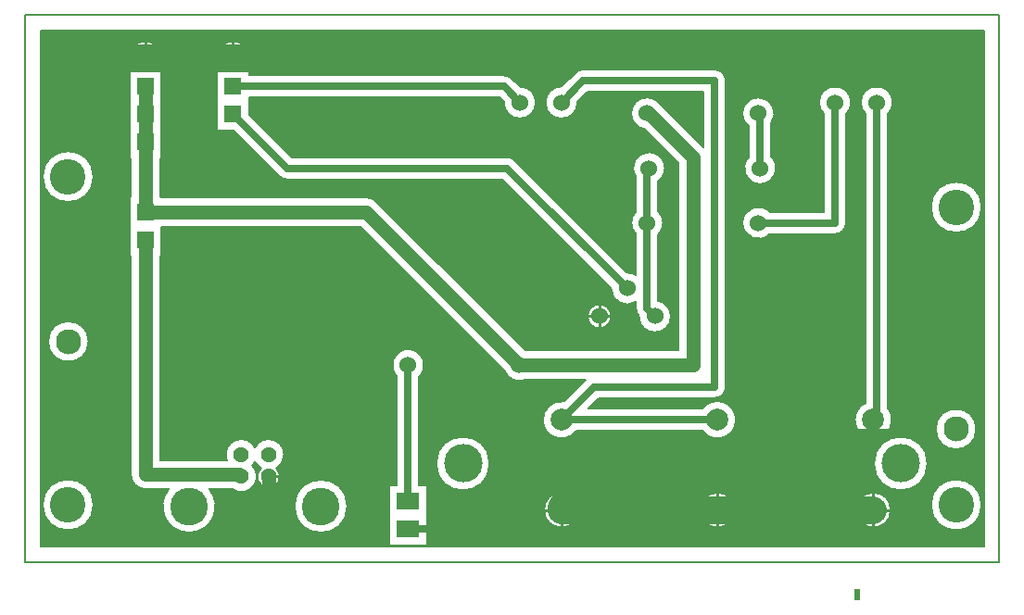
<source format=gbr>
G04 EasyPC Gerber Version 21.0.3 Build 4286 *
G04 #@! TF.Part,Single*
G04 #@! TF.FileFunction,Copper,L1,Bot *
G04 #@! TF.FilePolarity,Positive *
%FSLAX35Y35*%
%MOIN*%
G04 #@! TA.AperFunction,SMDPad*
%ADD18R,0.02200X0.04000*%
G04 #@! TA.AperFunction,ComponentPad*
%ADD14R,0.06000X0.06000*%
G04 #@! TD.AperFunction*
%ADD10C,0.00500*%
%ADD11C,0.01000*%
%ADD21C,0.02500*%
%ADD20C,0.05000*%
G04 #@! TA.AperFunction,ComponentPad*
%ADD16C,0.05634*%
%ADD15C,0.06000*%
%ADD19C,0.07874*%
G04 #@! TA.AperFunction,WasherPad*
%ADD13C,0.09055*%
G04 #@! TD.AperFunction*
%ADD22C,0.10000*%
G04 #@! TA.AperFunction,WasherPad*
%ADD12C,0.12795*%
G04 #@! TA.AperFunction,ComponentPad*
%ADD17C,0.13583*%
%ADD70C,0.13780*%
%ADD71R,0.08000X0.06000*%
X0Y0D02*
D02*
D10*
X250Y32730D02*
X350644D01*
Y229581*
X250*
Y32730*
X5750Y224081D02*
Y38230D01*
X345144*
Y224081*
X5750*
X6555Y53301D02*
G75*
G02X24850I9148D01*
G01*
G75*
G02X6555I-9148*
G01*
Y171411D02*
G75*
G02X24850I9148D01*
G01*
G75*
G02X6555I-9148*
G01*
X8524Y112061D02*
G75*
G02X23079I7278D01*
G01*
G75*
G02X8524I-7278*
G01*
X243907Y87911D02*
G75*
G02X255953Y83911I5359J-4000D01*
G01*
G75*
G02X243907Y79911I-6687*
G01*
X198522*
G75*
G02X186476Y83911I-5359J4000*
G01*
G75*
G02X194124Y90529I6687*
G01*
X201942Y98346*
X180391*
G75*
G02X172675Y101543I-2345J5250*
G01*
X120752Y153465*
X49307*
Y142965*
X48807*
Y69476*
X72765*
G75*
G02X82927Y73955I5241J1876*
G01*
G75*
G02X93415Y71352I4921J-2602*
G01*
G75*
G02X90573Y66498I-5567*
G01*
G75*
G02X87848Y59411I-2724J-3019*
G01*
G75*
G02X85124Y66498J4067*
G01*
G75*
G02X82927Y68750I2724J4855*
G01*
G75*
G02X81942Y67415I-4921J2602*
G01*
G75*
G02X74731Y58976I-3936J-3937*
G01*
X66507*
G75*
G02X59226Y43268I-7280J-6167*
G01*
G75*
G02X51946Y58976I0J9541*
G01*
X43557*
G75*
G02X38307Y64226J5250*
G01*
Y142965*
X37807*
Y164465*
X38307*
Y178083*
X37807*
Y209583*
X38974*
G75*
G02X43557Y220083I4583J4250*
G01*
G75*
G02X48140Y209583J-6250*
G01*
X49307*
Y178083*
X48807*
Y164465*
X49307*
Y163965*
X122925*
G75*
G02X126639Y162427I2J-5250*
G01*
X180099Y108967*
G75*
G02X180391Y108846I-2052J-5375*
G01*
X235157*
Y176225*
X222866Y188517*
G75*
G02X224030Y199898I1164J5631*
G01*
G75*
G02X228616Y197616J-5750*
G01*
X244120Y182112*
G75*
G02X244281Y181943I-3709J-3715*
G01*
Y201959*
X202694*
X198913Y198177*
G75*
G02X198913Y198085I-5761J-95*
G01*
G75*
G02X187413I-5750*
G01*
G75*
G02X193163Y203835I5750*
G01*
G75*
G02X193256Y203834I-3J-5762*
G01*
X198209Y208787*
G75*
G02X201042Y209959I2828J-2828*
G01*
X248281*
G75*
G02X252281Y205959J-4000*
G01*
Y95722*
G75*
G02X248281Y91722I-4000*
G01*
X206631*
X202820Y87911*
X243907*
X228030Y126769D02*
G75*
G02X232535Y121156I-1244J-5614D01*
G01*
G75*
G02X221035I-5750*
G01*
G75*
G02X221036Y121258I5750J7*
G01*
G75*
G02X220030Y123911I2993J2654*
G01*
G75*
G02Y123913I1440J1*
G01*
G75*
G02Y123916I1430J2*
G01*
Y126408*
G75*
G02X211035Y131156I-3244J4748*
G01*
G75*
G02X211036Y131248I5762J-3*
G01*
X171822Y170463*
X94423*
G75*
G02X91591Y171637J4000*
G01*
X75146Y188083*
X69303*
Y209583*
X70470*
G75*
G02X75053Y220083I4583J4250*
G01*
G75*
G02X79636Y209583J-6250*
G01*
X80803*
Y207833*
X172415*
G75*
G02X175247Y206658J-4000*
G01*
X178071Y203834*
G75*
G02X178163Y203835I95J-5761*
G01*
G75*
G02Y192335J-5750*
G01*
G75*
G02X172413Y198085J5750*
G01*
G75*
G02X172414Y198177I5762J-3*
G01*
X170759Y199833*
X80803*
Y193739*
X96080Y178463*
X173478*
G75*
G02X176310Y177288J-4000*
G01*
X216693Y136905*
G75*
G02X220030Y135903I93J-5750*
G01*
Y150647*
G75*
G02Y158908I4000J4131*
G01*
Y171053*
G75*
G02X224659Y180213I4630J3410*
G01*
G75*
G02X228030Y169804J-5750*
G01*
Y158908*
G75*
G02Y150647I-4000J-4131*
G01*
Y126769*
X202535Y121156D02*
G75*
G02X211035I4250D01*
G01*
G75*
G02X202535I-4250*
G01*
X243016Y51431D02*
G75*
G02X255516I6250D01*
G01*
G75*
G02X243016I-6250*
G01*
X186913D02*
G75*
G02X199413I6250D01*
G01*
G75*
G02X186913I-6250*
G01*
X142045Y60291D02*
X144795D01*
Y38791*
X131295*
Y60291*
X134045*
Y99466*
G75*
G02X138045Y109346I4000J4131*
G01*
G75*
G02X142045Y99466J-5750*
G01*
Y60291*
X148091Y68163D02*
G75*
G02X167370I9640D01*
G01*
G75*
G02X148091I-9640*
G01*
X97087Y52809D02*
G75*
G02X116169I9541D01*
G01*
G75*
G02X97087I-9541*
G01*
X285839Y198085D02*
G75*
G02X297339I5750D01*
G01*
G75*
G02X295589Y193954I-5750*
G01*
Y154778*
G75*
G02X291589Y150778I-4000*
G01*
X268160*
G75*
G02X258280Y154778I-4131J4000*
G01*
G75*
G02X268160Y158778I5750*
G01*
X287589*
Y193954*
G75*
G02X285839Y198085I4000J4131*
G01*
X268659Y178593D02*
G75*
G02X264659Y168713I-4000J-4131D01*
G01*
G75*
G02X260659Y178593J5750*
G01*
Y189489*
G75*
G02X264030Y199898I3370J4659*
G01*
G75*
G02X268659Y190738I0J-5750*
G01*
Y178593*
X300839Y198085D02*
G75*
G02X312339I5750D01*
G01*
G75*
G02X310589Y193954I-5750*
G01*
Y88090*
G75*
G02X312055Y83911I-5220J-4179*
G01*
G75*
G02X298681I-6687*
G01*
G75*
G02X302589Y89993I6687*
G01*
Y193954*
G75*
G02X300839Y198085I4000J4131*
G01*
X299118Y51431D02*
G75*
G02X311618I6250D01*
G01*
G75*
G02X299118I-6250*
G01*
X305571Y68163D02*
G75*
G02X324850I9640D01*
G01*
G75*
G02X305571I-9640*
G01*
X326043Y53301D02*
G75*
G02X344339I9148D01*
G01*
G75*
G02X326043I-9148*
G01*
Y160388D02*
G75*
G02X344339I9148D01*
G01*
G75*
G02X326043I-9148*
G01*
X327815Y80565D02*
G75*
G02X342370I7278D01*
G01*
G75*
G02X327815I-7278*
G01*
X144795Y53301D02*
G36*
Y38791D01*
X131295*
Y53301*
X116157*
G75*
G02X116169Y52809I-9530J-490*
G01*
G75*
G02X97087I-9541*
G01*
G75*
G02X97099Y53301I9543J2*
G01*
X68755*
G75*
G02X68768Y52809I-9533J-490*
G01*
G75*
G02X59226Y43268I-9541*
G01*
G75*
G02X49685Y52809J9542*
G01*
G75*
G02X49698Y53301I9539J-6*
G01*
X24850*
G75*
G02X6555I-9148*
G01*
X6000*
Y38480*
X344894*
Y53301*
X344339*
G75*
G02X326043I-9148*
G01*
X311332*
G75*
G02X311618Y51431I-5964J-1870*
G01*
G75*
G02X299118I-6250*
G01*
G75*
G02X299404Y53301I6250J0*
G01*
X255230*
G75*
G02X255516Y51431I-5964J-1870*
G01*
G75*
G02X243016I-6250*
G01*
G75*
G02X243302Y53301I6250J0*
G01*
X199127*
G75*
G02X199413Y51431I-5964J-1870*
G01*
G75*
G02X186913I-6250*
G01*
G75*
G02X187200Y53301I6250J0*
G01*
X144795*
G37*
X38307Y68163D02*
G36*
X6000D01*
Y53301*
X6555*
G75*
G02X24850I9148*
G01*
X49698*
G75*
G02X51946Y58976I9529J-492*
G01*
X43557*
G75*
G02X38307Y64226J5250*
G01*
Y68163*
G37*
X131295Y53301D02*
G36*
Y60291D01*
X134045*
Y68163*
X92411*
G75*
G02X90573Y66498I-4564J3189*
G01*
G75*
G02X91915Y63478I-2724J-3019*
G01*
G75*
G02X87848Y59411I-4067*
G01*
G75*
G02X83781Y63478J4067*
G01*
G75*
G02X85124Y66498I4067*
G01*
G75*
G02X83285Y68163I2722J4852*
G01*
X82569*
G75*
G02X81942Y67415I-4548J3178*
G01*
G75*
G02X83573Y63478I-3936J-3937*
G01*
G75*
G02X74731Y58976I-5567*
G01*
X66507*
G75*
G02X68755Y53301I-7281J-6167*
G01*
X97099*
G75*
G02X116157I9529J-492*
G01*
X131295*
G37*
X144795D02*
G36*
X187200D01*
G75*
G02X199127I5964J-1870*
G01*
X243302*
G75*
G02X255230I5964J-1870*
G01*
X299404*
G75*
G02X311332I5964J-1870*
G01*
X326043*
G75*
G02X344339I9148*
G01*
X344894*
Y68163*
X324850*
G75*
G02X305571I-9640*
G01*
X167370*
G75*
G02X148091I-9640*
G01*
X142045*
Y60291*
X144795*
Y53301*
G37*
X38307Y68163D02*
G36*
Y80565D01*
X6000*
Y68163*
X38307*
G37*
X134045Y80565D02*
G36*
X48807D01*
Y69476*
X72765*
G75*
G02X72439Y71353I5242J1876*
G01*
G75*
G02X82927Y73955I5567*
G01*
G75*
G02X93415Y71352I4921J-2602*
G01*
G75*
G02X92411Y68163I-5569J1*
G01*
X134045*
Y80565*
G37*
X83285Y68163D02*
G36*
G75*
G02X82927Y68750I4561J3188D01*
G01*
G75*
G02X82569Y68163I-4906J2591*
G01*
X83285*
G37*
X311157Y80565D02*
G36*
G75*
G02X299579I-5789J3346D01*
G01*
X255055*
G75*
G02X243907Y79911I-5789J3347*
G01*
X198522*
G75*
G02X187374Y80565I-5359J4000*
G01*
X142045*
Y68163*
X148091*
G75*
G02X167370I9640*
G01*
X305571*
G75*
G02X324850I9640*
G01*
X344894*
Y80565*
X342370*
G75*
G02X327815I-7278*
G01*
X311157*
G37*
X38307Y112061D02*
G36*
X23079D01*
G75*
G02X8524I-7278*
G01*
X6000*
Y80565*
X38307*
Y112061*
G37*
X187374Y80565D02*
G36*
G75*
G02X186476Y83911I5789J3346D01*
G01*
G75*
G02X194124Y90529I6687*
G01*
X201942Y98346*
X180391*
G75*
G02X172675Y101543I-2345J5250*
G01*
X162156Y112061*
X48807*
Y80565*
X134045*
Y99466*
G75*
G02X132295Y103596I4000J4131*
G01*
G75*
G02X138045Y109346I5750*
G01*
G75*
G02X143795Y103596J-5750*
G01*
G75*
G02X142045Y99466I-5750*
G01*
Y80565*
X187374*
G37*
X235157Y112061D02*
G36*
X177005D01*
X180099Y108967*
G75*
G02X180391Y108846I-2093J-5475*
G01*
X235157*
Y112061*
G37*
X299579Y80565D02*
G36*
G75*
G02X298681Y83911I5789J3346D01*
G01*
Y83912*
G75*
G02X302589Y89993I6687*
G01*
Y112061*
X252281*
Y95722*
G75*
G02X248281Y91722I-4000*
G01*
X206631*
X202820Y87911*
X243907*
G75*
G02X255953Y83911I5359J-4000*
G01*
G75*
G02X255055Y80565I-6687*
G01*
X299579*
G37*
X311157D02*
G36*
X327815D01*
G75*
G02X342370I7278*
G01*
X344894*
Y112061*
X310589*
Y88090*
G75*
G02X312055Y83912I-5219J-4178*
G01*
Y83911*
G75*
G02X311157Y80565I-6687*
G01*
G37*
X38307Y121156D02*
G36*
X6000D01*
Y112061*
X8524*
G75*
G02X23079I7278*
G01*
X38307*
Y121156*
G37*
X162156Y112061D02*
G36*
X153062Y121156D01*
X48807*
Y112061*
X162156*
G37*
X235157Y121156D02*
G36*
X232535D01*
G75*
G02X221035I-5750*
G01*
X211035*
G75*
G02X202535I-4250*
G01*
X167911*
X177005Y112061*
X235157*
Y121156*
G37*
X302589D02*
G36*
X252281D01*
Y112061*
X302589*
Y121156*
G37*
X310589D02*
G36*
Y112061D01*
X344894*
Y121156*
X310589*
G37*
X37807Y160388D02*
G36*
X6000D01*
Y121156*
X38307*
Y142965*
X37807*
Y160388*
G37*
X153062Y121156D02*
G36*
X120752Y153465D01*
X49307*
Y142965*
X48807*
Y121156*
X153062*
G37*
X221035D02*
G36*
G75*
G02Y121181I3332J13D01*
G01*
G75*
G02X221036Y121258I3328J4*
G01*
G75*
G02X220030Y123911I2996J2654*
G01*
Y123913*
Y123916*
Y126408*
G75*
G02X211035Y131156I-3244J4748*
G01*
G75*
G02X211036Y131248I662624J-5593*
G01*
X181896Y160388*
X128678*
X167911Y121156*
X202535*
G75*
G02X211035I4250*
G01*
X221035*
G37*
X220030Y160388D02*
G36*
X193210D01*
X216693Y136905*
G75*
G02X220030Y135903I92J-5751*
G01*
Y150647*
G75*
G02X218280Y154778I4000J4131*
G01*
G75*
G02X220030Y158908I5750*
G01*
Y160388*
G37*
X235157D02*
G36*
X228030D01*
Y158908*
G75*
G02X229780Y154778I-4000J-4131*
G01*
G75*
G02X228030Y150647I-5750*
G01*
Y126769*
G75*
G02X232535Y121156I-1244J-5614*
G01*
X235157*
Y160388*
G37*
X302589D02*
G36*
X295589D01*
Y154778*
G75*
G02X291589Y150778I-4000*
G01*
X268160*
G75*
G02X258280Y154778I-4131J4000*
G01*
G75*
G02X262769Y160388I5750*
G01*
X252281*
Y121156*
X302589*
Y160388*
G37*
X287589D02*
G36*
X265290D01*
G75*
G02X268160Y158778I-1260J-5610*
G01*
X287589*
Y160388*
G37*
X310589D02*
G36*
Y121156D01*
X344894*
Y160388*
X344339*
G75*
G02X326043I-9148*
G01*
X310589*
G37*
X37807D02*
G36*
Y164465D01*
X38307*
Y171411*
X24850*
G75*
G02X6555I-9148*
G01*
X6000*
Y160388*
X37807*
G37*
X181896D02*
G36*
X171822Y170463D01*
X94423*
G75*
G02X91837Y171411I0J4002*
G01*
X48807*
Y164465*
X49307*
Y163965*
X122925*
G75*
G02X126639Y162427I2J-5250*
G01*
X128678Y160388*
X181896*
G37*
X235157Y171411D02*
G36*
X229533D01*
G75*
G02X228030Y169804I-4874J3051*
G01*
Y160388*
X235157*
Y171411*
G37*
X219786D02*
G36*
X182187D01*
X193210Y160388*
X220030*
Y171053*
G75*
G02X219786Y171411I4631J3409*
G01*
G37*
X287589D02*
G36*
X269533D01*
G75*
G02X264659Y168713I-4874J3051*
G01*
G75*
G02X259786Y171411J5750*
G01*
X252281*
Y160388*
X262769*
G75*
G02X265290I1260J-5611*
G01*
X287589*
Y171411*
G37*
X302589D02*
G36*
X295589D01*
Y160388*
X302589*
Y171411*
G37*
X310589D02*
G36*
Y160388D01*
X326043*
G75*
G02X344339I9148*
G01*
X344894*
Y171411*
X310589*
G37*
G36*
X344894*
Y223831*
X6000*
Y171411*
X6555*
G75*
G02X24850I9148*
G01*
X38307*
Y178083*
X37807*
Y209583*
X38974*
G75*
G02X37307Y213833I4583J4250*
G01*
G75*
G02X43557Y220083I6250*
G01*
G75*
G02X49807Y213833J-6250*
G01*
G75*
G02X48140Y209583I-6250*
G01*
X49307*
Y178083*
X48807*
Y171411*
X91837*
G75*
G02X91591Y171637I2587J3054*
G01*
X75146Y188083*
X69303*
Y209583*
X70470*
G75*
G02X68803Y213833I4583J4250*
G01*
G75*
G02X75053Y220083I6250*
G01*
G75*
G02X81303Y213833J-6250*
G01*
G75*
G02X79636Y209583I-6250*
G01*
X80803*
Y207833*
X172415*
G75*
G02X175247Y206658I0J-4002*
G01*
X178071Y203834*
G75*
G02X178163Y203835I5685J-662623*
G01*
G75*
G02X183913Y198085J-5750*
G01*
G75*
G02X178163Y192335I-5750*
G01*
G75*
G02X172413Y198085J5750*
G01*
G75*
G02X172414Y198177I662624J-5593*
G01*
X170759Y199833*
X80803*
Y193739*
X96080Y178463*
X173478*
G75*
G02X176310Y177288I0J-4002*
G01*
X182187Y171411*
X219786*
G75*
G02X218909Y174463I4874J3051*
G01*
G75*
G02X224659Y180213I5750*
G01*
G75*
G02X230409Y174463J-5750*
G01*
G75*
G02X229533Y171411I-5750*
G01*
X235157*
Y176225*
X222866Y188517*
G75*
G02X218280Y194148I1164J5631*
G01*
G75*
G02X224030Y199898I5750*
G01*
G75*
G02X228616Y197616I-1J-5752*
G01*
X244120Y182112*
G75*
G02X244281Y181943I-3469J-3485*
G01*
Y201959*
X202694*
X198913Y198177*
G75*
G02X198913Y198085I-662623J-5685*
G01*
G75*
G02X187413I-5750*
G01*
G75*
G02X193163Y203835I5750*
G01*
G75*
G02X193256Y203834I-5593J-662624*
G01*
X198209Y208787*
G75*
G02X201042Y209959I2828J-2826*
G01*
X248281*
G75*
G02X252281Y205959J-4000*
G01*
Y171411*
X259786*
G75*
G02X258909Y174463I4874J3051*
G01*
G75*
G02X260659Y178593I5750*
G01*
Y189489*
G75*
G02X258280Y194148I3370J4659*
G01*
G75*
G02X264030Y199898I5750*
G01*
G75*
G02X269780Y194147J-5750*
G01*
G75*
G02X268659Y190738I-5750J0*
G01*
Y178593*
G75*
G02X270409Y174463I-4000J-4131*
G01*
G75*
G02X269533Y171411I-5750*
G01*
X287589*
Y193954*
G75*
G02X285839Y198085I4000J4131*
G01*
G75*
G02X297339I5750*
G01*
G75*
G02X295589Y193954I-5750*
G01*
Y171411*
X302589*
Y193954*
G75*
G02X300839Y198085I4000J4131*
G01*
G75*
G02X312339I5750*
G01*
G75*
G02X310589Y193954I-5750*
G01*
Y171411*
G37*
D02*
D11*
X41057Y213833D02*
X37057D01*
X43557Y216333D02*
Y220333D01*
X46057Y213833D02*
X50057D01*
X72553D02*
X68553D01*
X75053Y216333D02*
Y220333D01*
X77553Y213833D02*
X81553D01*
X87848Y61161D02*
Y59161D01*
X90165Y63478D02*
X92165D01*
X189726Y51431D02*
X186663D01*
X193163Y47994D02*
Y44931D01*
Y54868D02*
Y57931D01*
X196600Y51431D02*
X199663D01*
X204285Y121156D02*
X202285D01*
X206785Y118656D02*
Y116656D01*
Y123656D02*
Y125656D01*
X209285Y121156D02*
X211285D01*
X245829Y51431D02*
X242766D01*
X249266Y47994D02*
Y44931D01*
Y54868D02*
Y57931D01*
X252703Y51431D02*
X255766D01*
X301931D02*
X298868D01*
X305368Y47994D02*
Y44931D01*
Y54868D02*
Y57931D01*
X308805Y51431D02*
X311868D01*
D02*
D12*
X15703Y53301D03*
Y171411D03*
X335191Y53301D03*
Y160388D03*
D02*
D13*
X15801Y112061D03*
X335093Y80565D03*
D02*
D14*
X43557Y148715D03*
Y158715D03*
Y183833D03*
Y193833D03*
Y203833D03*
Y213833D03*
X75053Y193833D03*
Y203833D03*
Y213833D03*
D02*
D15*
X138045Y103596D03*
X178045D03*
X178163Y198085D03*
X193163D03*
X206785Y121156D03*
X216785Y131156D03*
X224030Y154778D03*
Y194148D03*
X224659Y174463D03*
X226785Y121156D03*
X264030Y154778D03*
Y194148D03*
X264659Y174463D03*
X291589Y198085D03*
X306589D03*
D02*
D16*
X78006Y63478D03*
Y71352D03*
X87848Y63478D03*
Y71352D03*
D02*
D17*
X59226Y52809D03*
X106628D03*
D02*
D18*
X299463Y20919D03*
D02*
D19*
X193163Y51431D03*
Y83911D03*
X249266Y51431D03*
Y83911D03*
X305368Y51431D03*
Y83911D03*
D02*
D70*
X157730Y68163D03*
X315211D03*
D02*
D71*
X138045Y44541D03*
Y54541D03*
D02*
D20*
X43557Y148715D02*
Y64226D01*
X77258*
X43557Y158715D02*
X122927D01*
X178045Y103596*
X43557Y158715D02*
Y203833D01*
X87848Y63478D02*
Y56352D01*
X224659Y194148D02*
X240407Y178400D01*
Y103596*
X178045*
D02*
D21*
X75053Y203833D02*
X172415D01*
X178163Y198085*
X77258Y64226D02*
X78006Y63478D01*
X138045Y44541D02*
X149856D01*
X138045Y103596D02*
Y54541D01*
X193163Y83911D02*
X204974Y95722D01*
X248281*
Y205959*
X201037*
X193163Y198085*
Y83911D02*
X249266D01*
X216785Y131156D02*
X173478Y174463D01*
X94423*
X75053Y193833*
X224030Y154778D02*
Y173833D01*
X224659Y174463*
X224030Y154778D02*
Y123911D01*
X226785Y121156*
X224030Y194148D02*
X224659D01*
X264030Y154778D02*
X291589D01*
Y198085*
X264659Y174463D02*
Y193518D01*
X264030Y194148*
X306589Y198085D02*
Y85132D01*
X305368Y83911*
D02*
D22*
X43557Y213833D02*
X75053D01*
X43557D02*
X35683D01*
X75053D02*
X86864D01*
X193163Y51431D02*
X249266D01*
X193163D02*
Y52415D01*
X201037Y60289*
X305368Y51431D02*
X249266D01*
X0Y0D02*
M02*

</source>
